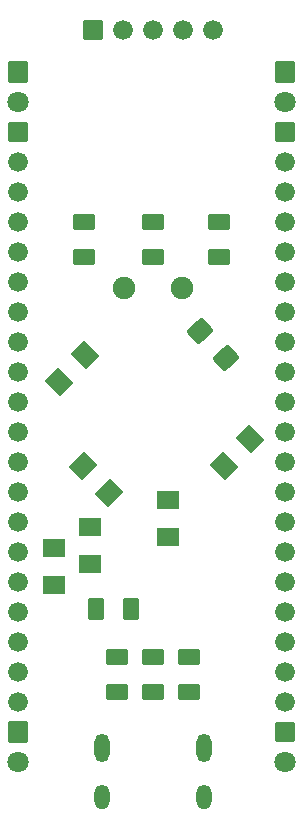
<source format=gbs>
G04 Layer: BottomSolderMaskLayer*
G04 EasyEDA v6.5.23, 2023-04-11 19:59:39*
G04 c99d532640dc4cbf880a73e467a675c2,770f52a9c06342aeb7d9f723a0e8078a,10*
G04 Gerber Generator version 0.2*
G04 Scale: 100 percent, Rotated: No, Reflected: No *
G04 Dimensions in inches *
G04 leading zeros omitted , absolute positions ,3 integer and 6 decimal *
%FSLAX36Y36*%
%MOIN*%

%AMMACRO1*1,1,$1,$2,$3*1,1,$1,$4,$5*1,1,$1,0-$2,0-$3*1,1,$1,0-$4,0-$5*20,1,$1,$2,$3,$4,$5,0*20,1,$1,$4,$5,0-$2,0-$3,0*20,1,$1,0-$2,0-$3,0-$4,0-$5,0*20,1,$1,0-$4,0-$5,$2,$3,0*4,1,4,$2,$3,$4,$5,0-$2,0-$3,0-$4,0-$5,$2,$3,0*%
%ADD10MACRO1,0.004X0.0335X0.0238X-0.0335X0.0238*%
%ADD11MACRO1,0.004X0.0335X-0.0238X-0.0335X-0.0238*%
%ADD12MACRO1,0.004X-0.0335X-0.0238X0.0335X-0.0238*%
%ADD13MACRO1,0.004X-0.0335X0.0238X0.0335X0.0238*%
%ADD14MACRO1,0.004X-0.034X-0.0292X0.034X-0.0292*%
%ADD15MACRO1,0.004X-0.034X0.0292X0.034X0.0292*%
%ADD16MACRO1,0.004X0.034X0.0292X-0.034X0.0292*%
%ADD17MACRO1,0.004X0.034X-0.0292X-0.034X-0.0292*%
%ADD18MACRO1,0.004X0.0238X-0.0335X0.0238X0.0335*%
%ADD19MACRO1,0.004X-0.0238X-0.0335X-0.0238X0.0335*%
%ADD20MACRO1,0.004X-0.0447X0.0034X0.0034X-0.0447*%
%ADD21MACRO1,0.004X-0.0034X0.0447X0.0447X-0.0034*%
%ADD22MACRO1,0.004X0.0034X0.0447X-0.0447X-0.0034*%
%ADD23MACRO1,0.004X0.0447X0.0034X-0.0034X-0.0447*%
%ADD24MACRO1,0.004X0.0448X0.0018X-0.0049X-0.0446*%
%ADD25MACRO1,0.004X0.0049X0.0446X-0.0448X-0.0018*%
%ADD26MACRO1,0.004X0.0034X-0.0447X-0.0447X0.0034*%
%ADD27MACRO1,0.004X0.0447X-0.0034X-0.0034X0.0447*%
%ADD28MACRO1,0.004X0.031X0.0335X0.031X-0.0335*%
%ADD29C,0.0709*%
%ADD30MACRO1,0.004X0.031X0.031X0.031X-0.031*%
%ADD31O,0.051244000000000005X0.08274000000000001*%
%ADD32O,0.051244000000000005X0.094551*%
%ADD33C,0.0660*%
%ADD34MACRO1,0.004X-0.031X0.031X0.031X0.031*%
%ADD35C,0.0749*%

%LPD*%
D10*
G01*
X620000Y-2268218D03*
D11*
G01*
X620000Y-2151781D03*
D12*
G01*
X500000Y-2151781D03*
D13*
G01*
X500000Y-2268218D03*
D10*
G01*
X380000Y-2268218D03*
D11*
G01*
X380000Y-2151781D03*
D10*
G01*
X270000Y-818218D03*
D11*
G01*
X270000Y-701781D03*
D10*
G01*
X500000Y-818218D03*
D11*
G01*
X500000Y-701781D03*
D10*
G01*
X720000Y-818218D03*
D11*
G01*
X720000Y-701781D03*
D14*
G01*
X550000Y-1627302D03*
D15*
G01*
X550000Y-1752697D03*
D16*
G01*
X290000Y-1842697D03*
D17*
G01*
X290000Y-1717302D03*
D16*
G01*
X170000Y-1912697D03*
D17*
G01*
X170000Y-1787302D03*
D18*
G01*
X311781Y-1990000D03*
D19*
G01*
X428218Y-1990000D03*
D20*
G01*
X274333Y-1145666D03*
D21*
G01*
X185666Y-1234333D03*
D22*
G01*
X354333Y-1604333D03*
D23*
G01*
X265666Y-1515666D03*
D24*
G01*
X657240Y-1064146D03*
D25*
G01*
X742759Y-1155853D03*
D26*
G01*
X824333Y-1425666D03*
D27*
G01*
X735666Y-1514333D03*
D28*
G01*
X50000Y-200000D03*
D29*
G01*
X50000Y-300000D03*
D28*
G01*
X940000Y-200000D03*
D29*
G01*
X940000Y-300000D03*
D28*
G01*
X50000Y-2400000D03*
D29*
G01*
X50000Y-2500000D03*
D30*
G01*
X940000Y-2400000D03*
D29*
G01*
X940000Y-2500000D03*
D31*
G01*
X329929Y-2617449D03*
G01*
X670079Y-2617449D03*
D32*
G01*
X670079Y-2454070D03*
G01*
X329929Y-2454070D03*
D33*
G01*
X700000Y-60000D03*
G01*
X600000Y-60000D03*
G01*
X500000Y-60000D03*
G01*
X400000Y-60000D03*
D34*
G01*
X300000Y-60000D03*
D33*
G01*
X50000Y-2300000D03*
G01*
X50000Y-2200000D03*
G01*
X50000Y-2100000D03*
G01*
X50000Y-2000000D03*
G01*
X50000Y-1900000D03*
G01*
X50000Y-1800000D03*
G01*
X50000Y-1700000D03*
G01*
X50000Y-1600000D03*
G01*
X50000Y-1500000D03*
G01*
X50000Y-1400000D03*
G01*
X50000Y-1300000D03*
G01*
X50000Y-1200000D03*
G01*
X50000Y-1100000D03*
G01*
X50000Y-1000000D03*
G01*
X50000Y-900000D03*
G01*
X50000Y-800000D03*
G01*
X50000Y-700000D03*
G01*
X50000Y-600000D03*
G01*
X50000Y-500000D03*
D30*
G01*
X50000Y-400000D03*
D33*
G01*
X940000Y-2300000D03*
G01*
X940000Y-2200000D03*
G01*
X940000Y-2100000D03*
G01*
X940000Y-2000000D03*
G01*
X940000Y-1900000D03*
G01*
X940000Y-1800000D03*
G01*
X940000Y-1700000D03*
G01*
X940000Y-1600000D03*
G01*
X940000Y-1500000D03*
G01*
X940000Y-1400000D03*
G01*
X940000Y-1300000D03*
G01*
X940000Y-1200000D03*
G01*
X940000Y-1100000D03*
G01*
X940000Y-1000000D03*
G01*
X940000Y-900000D03*
G01*
X940000Y-800000D03*
G01*
X940000Y-700000D03*
G01*
X940000Y-600000D03*
G01*
X940000Y-500000D03*
D30*
G01*
X940000Y-400000D03*
D35*
G01*
X403939Y-920000D03*
G01*
X596060Y-920000D03*
M02*

</source>
